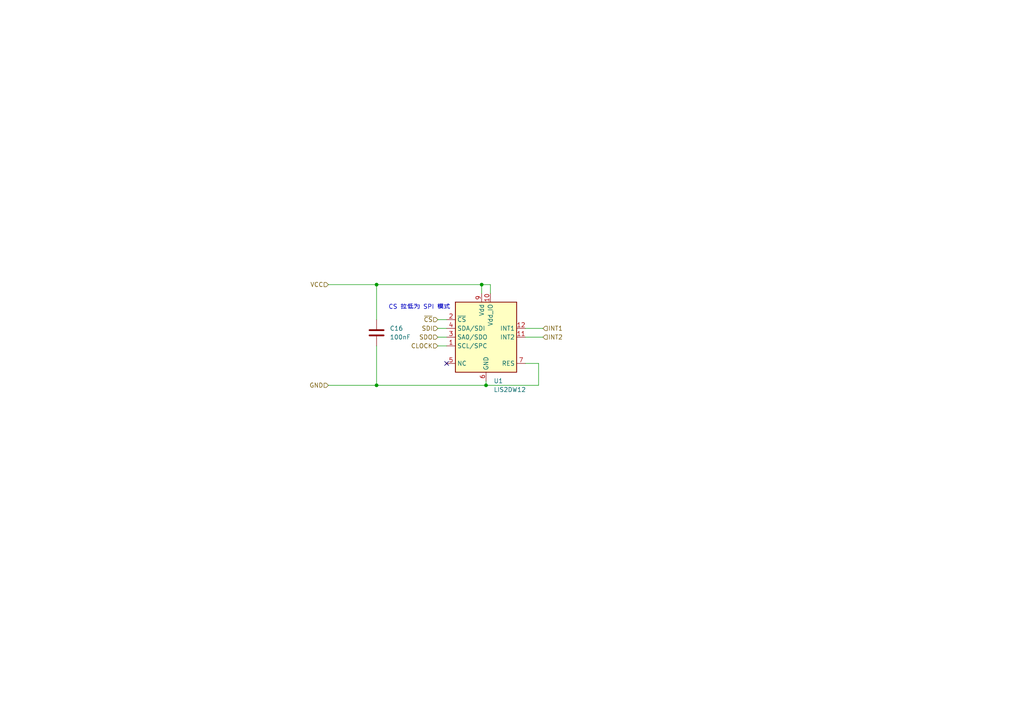
<source format=kicad_sch>
(kicad_sch (version 20231120) (generator "eeschema") (generator_version "8.0")
  (paper "A4")
  (lib_symbols
    (symbol "Device:C" (pin_numbers hide) (pin_names (offset 0.254))
      (property "Reference" "C" (at 0.635 2.54 0))
      (property "Value" "C" (at 0.635 -2.54 0))
      (symbol "C_0_1"
        (polyline (pts (xy -2.032 -0.762) (xy 2.032 -0.762)) (stroke (width 0.508)))
        (polyline (pts (xy -2.032 0.762) (xy 2.032 0.762)) (stroke (width 0.508)))
      )
      (symbol "C_1_1"
        (pin passive line (at 0 3.81 270) (length 2.794) (name "~") (number "1"))
        (pin passive line (at 0 -3.81 90) (length 2.794) (name "~") (number "2"))
      )
    )
    (symbol "my_chips:LIS2DW12"
      (property "Reference" "U" (at 5.08 12.065 0))
      (property "Value" "LIS2DW12" (at 0 0 0))
      (symbol "LIS2DW12_0_1"
        (rectangle (start -8.89 11.43) (end 8.89 -8.89) (stroke (width 0.254)) (fill (type background)))
      )
      (symbol "LIS2DW12_1_1"
        (pin input line (at -11.43 -1.27 0) (length 2.54) (name "SCL/SPC") (number "1"))
        (pin power_in line (at 1.27 13.97 270) (length 2.54) (name "Vdd_IO") (number "10"))
        (pin output line (at 11.43 1.27 180) (length 2.54) (name "INT2") (number "11"))
        (pin output line (at 11.43 3.81 180) (length 2.54) (name "INT1") (number "12"))
        (pin input line (at -11.43 6.35 0) (length 2.54) (name "~{CS}") (number "2"))
        (pin bidirectional line (at -11.43 1.27 0) (length 2.54) (name "SA0/SDO") (number "3"))
        (pin bidirectional line (at -11.43 3.81 0) (length 2.54) (name "SDA/SDI") (number "4"))
        (pin no_connect line (at -11.43 -6.35 0) (length 2.54) (name "NC") (number "5"))
        (pin power_in line (at 0 -11.43 90) (length 2.54) (name "GND") (number "6"))
        (pin passive line (at 11.43 -6.35 180) (length 2.54) (name "RES") (number "7"))
        (pin passive line (at 0 -11.43 90) (length 2.54) hide (name "GND") (number "8"))
        (pin power_in line (at -1.27 13.97 270) (length 2.54) (name "Vdd") (number "9"))
      )
    )
  )
  (junction (at 140.97 111.76))
  (junction (at 139.7 82.55))
  (junction (at 109.22 82.55))
  (junction (at 109.22 111.76))
  (no_connect (at 129.54 105.41))
  (wire (pts (xy 109.22 82.55) (xy 139.7 82.55)))
  (wire (pts (xy 140.97 111.76) (xy 140.97 110.49)))
  (wire (pts (xy 127 97.79) (xy 129.54 97.79)))
  (wire (pts (xy 95.25 82.55) (xy 109.22 82.55)))
  (wire (pts (xy 140.97 111.76) (xy 156.21 111.76)))
  (wire (pts (xy 152.4 97.79) (xy 157.48 97.79)))
  (wire (pts (xy 139.7 82.55) (xy 139.7 85.09)))
  (wire (pts (xy 142.24 82.55) (xy 139.7 82.55)))
  (wire (pts (xy 156.21 105.41) (xy 156.21 111.76)))
  (wire (pts (xy 127 100.33) (xy 129.54 100.33)))
  (wire (pts (xy 109.22 82.55) (xy 109.22 92.71)))
  (wire (pts (xy 127 92.71) (xy 129.54 92.71)))
  (wire (pts (xy 95.25 111.76) (xy 109.22 111.76)))
  (wire (pts (xy 152.4 95.25) (xy 157.48 95.25)))
  (wire (pts (xy 152.4 105.41) (xy 156.21 105.41)))
  (wire (pts (xy 127 95.25) (xy 129.54 95.25)))
  (wire (pts (xy 109.22 111.76) (xy 140.97 111.76)))
  (wire (pts (xy 142.24 85.09) (xy 142.24 82.55)))
  (wire (pts (xy 109.22 100.33) (xy 109.22 111.76)))
  (text "CS 拉低为 SPI 模式" (at 121.666 89.154 0) (effects (font (size 1.27 1.27))))
  (hierarchical_label "VCC" (shape input) (at 95.25 82.55 180))
  (hierarchical_label "INT1" (shape input) (at 157.48 95.25 0))
  (hierarchical_label "SDI" (shape input) (at 127 95.25 180))
  (hierarchical_label "~{CS}" (shape input) (at 127 92.71 180))
  (hierarchical_label "INT2" (shape input) (at 157.48 97.79 0))
  (hierarchical_label "GND" (shape input) (at 95.25 111.76 180))
  (hierarchical_label "SDO" (shape input) (at 127 97.79 180))
  (hierarchical_label "CLOCK" (shape input) (at 127 100.33 180))
  (symbol (lib_id "my_chips:LIS2DW12") (at 140.97 99.06 0) (unit 1)
    (property "Reference" "U1" (at 143.1641 110.49 0) (effects (justify left)))
    (property "Value" "LIS2DW12" (at 143.1641 113.03 0) (effects (justify left)))
    (property "Footprint" "Package_LGA:LGA-12_2x2mm_P0.5mm" (effects (hide yes)))
  )
  (symbol (lib_id "Device:C") (at 109.22 96.52 0) (unit 1)
    (property "Reference" "C16" (at 113.03 95.2499 0) (effects (justify left)))
    (property "Value" "100nF" (at 113.03 97.7899 0) (effects (justify left)))
    (property "Footprint" "Capacitor_SMD:C_0603_1608Metric" (effects (hide yes)))
    (property "Description" "Unpolarized capacitor" (effects (hide yes)))
  )
)
</source>
